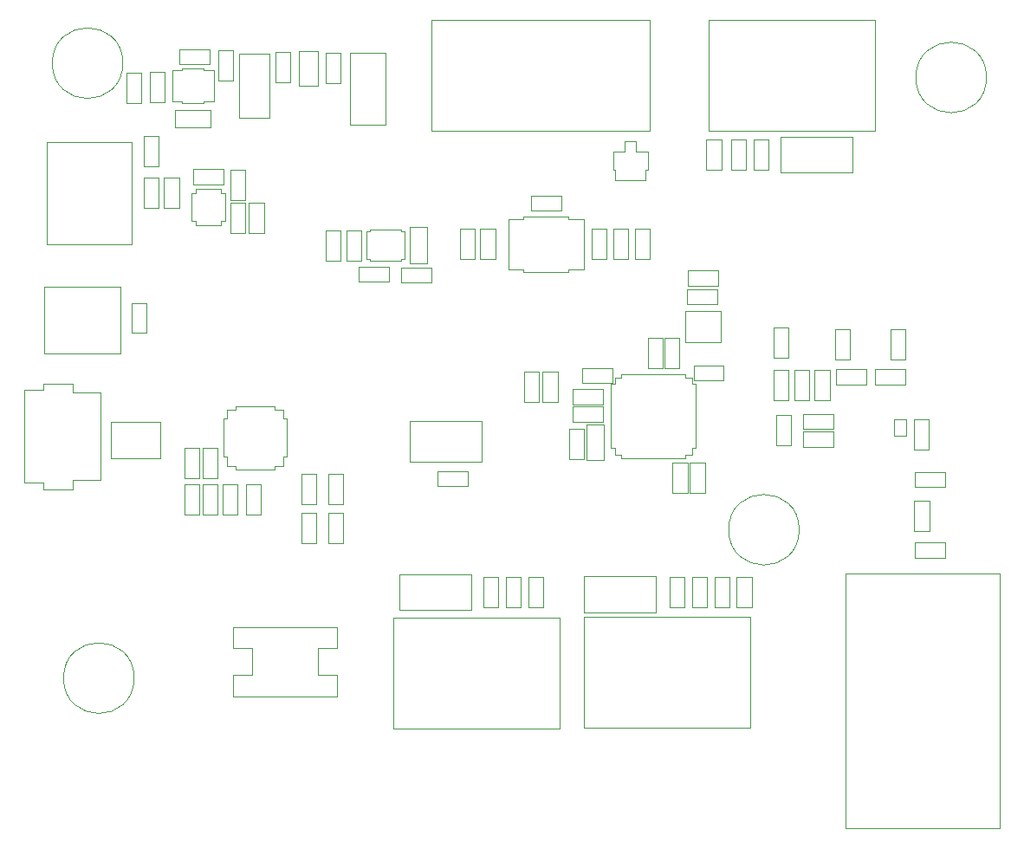
<source format=gbr>
%TF.GenerationSoftware,KiCad,Pcbnew,9.0.6*%
%TF.CreationDate,2025-12-23T13:53:16+01:00*%
%TF.ProjectId,demo wateranalyser,64656d6f-2077-4617-9465-72616e616c79,rev?*%
%TF.SameCoordinates,Original*%
%TF.FileFunction,Other,User*%
%FSLAX46Y46*%
G04 Gerber Fmt 4.6, Leading zero omitted, Abs format (unit mm)*
G04 Created by KiCad (PCBNEW 9.0.6) date 2025-12-23 13:53:16*
%MOMM*%
%LPD*%
G01*
G04 APERTURE LIST*
%ADD10C,0.050000*%
G04 APERTURE END LIST*
D10*
%TO.C,J7*%
X131830000Y-62325000D02*
X129150000Y-62325000D01*
X131830000Y-53825000D02*
X131830000Y-62325000D01*
X131830000Y-53825000D02*
X129150000Y-53825000D01*
X129150000Y-63255000D02*
X126250000Y-63255000D01*
X129150000Y-62325000D02*
X129150000Y-63255000D01*
X129150000Y-53825000D02*
X129150000Y-52895000D01*
X129150000Y-52895000D02*
X126250000Y-52895000D01*
X126250000Y-63255000D02*
X126250000Y-62605000D01*
X126250000Y-62605000D02*
X124450000Y-62605000D01*
X126250000Y-53545000D02*
X124450000Y-53545000D01*
X126250000Y-52895000D02*
X126250000Y-53545000D01*
X124450000Y-53545000D02*
X124450000Y-62605000D01*
%TO.C,REF\u002A\u002A*%
X200150000Y-67200000D02*
G75*
G02*
X193250000Y-67200000I-3450000J0D01*
G01*
X193250000Y-67200000D02*
G75*
G02*
X200150000Y-67200000I3450000J0D01*
G01*
%TO.C,FB3*%
X189232500Y-41870000D02*
X192192500Y-41870000D01*
X189232500Y-43330000D02*
X189232500Y-41870000D01*
X192192500Y-41870000D02*
X192192500Y-43330000D01*
X192192500Y-43330000D02*
X189232500Y-43330000D01*
%TO.C,J1*%
X164220000Y-17390000D02*
X164220000Y-28200000D01*
X164220000Y-28200000D02*
X185540000Y-28200000D01*
X185540000Y-17390000D02*
X164220000Y-17390000D01*
X185540000Y-28200000D02*
X185540000Y-17390000D01*
%TO.C,R23*%
X144570000Y-35220000D02*
X146030000Y-35220000D01*
X144570000Y-38180000D02*
X144570000Y-35220000D01*
X146030000Y-35220000D02*
X146030000Y-38180000D01*
X146030000Y-38180000D02*
X144570000Y-38180000D01*
%TO.C,L8*%
X162050000Y-37650000D02*
X163750000Y-37650000D01*
X162050000Y-41150000D02*
X162050000Y-37650000D01*
X163750000Y-37650000D02*
X163750000Y-41150000D01*
X163750000Y-41150000D02*
X162050000Y-41150000D01*
%TO.C,C32*%
X134870000Y-45020000D02*
X136330000Y-45020000D01*
X134870000Y-47980000D02*
X134870000Y-45020000D01*
X136330000Y-45020000D02*
X136330000Y-47980000D01*
X136330000Y-47980000D02*
X134870000Y-47980000D01*
%TO.C,R5*%
X166970000Y-37795000D02*
X168430000Y-37795000D01*
X166970000Y-40755000D02*
X166970000Y-37795000D01*
X168430000Y-37795000D02*
X168430000Y-40755000D01*
X168430000Y-40755000D02*
X166970000Y-40755000D01*
%TO.C,R20*%
X134370000Y-22520000D02*
X135830000Y-22520000D01*
X134370000Y-25480000D02*
X134370000Y-22520000D01*
X135830000Y-22520000D02*
X135830000Y-25480000D01*
X135830000Y-25480000D02*
X134370000Y-25480000D01*
%TO.C,C34*%
X148970000Y-20520000D02*
X150430000Y-20520000D01*
X148970000Y-23480000D02*
X148970000Y-20520000D01*
X150430000Y-20520000D02*
X150430000Y-23480000D01*
X150430000Y-23480000D02*
X148970000Y-23480000D01*
%TO.C,R15*%
X154120000Y-65545000D02*
X155580000Y-65545000D01*
X154120000Y-68505000D02*
X154120000Y-65545000D01*
X155580000Y-65545000D02*
X155580000Y-68505000D01*
X155580000Y-68505000D02*
X154120000Y-68505000D01*
%TO.C,R24*%
X138070000Y-32820000D02*
X139530000Y-32820000D01*
X138070000Y-35780000D02*
X138070000Y-32820000D01*
X139530000Y-32820000D02*
X139530000Y-35780000D01*
X139530000Y-35780000D02*
X138070000Y-35780000D01*
%TO.C,C6*%
X178045000Y-53470000D02*
X181005000Y-53470000D01*
X178045000Y-54930000D02*
X178045000Y-53470000D01*
X181005000Y-53470000D02*
X181005000Y-54930000D01*
X181005000Y-54930000D02*
X178045000Y-54930000D01*
%TO.C,L7*%
X139150000Y-26150000D02*
X142650000Y-26150000D01*
X139150000Y-27850000D02*
X139150000Y-26150000D01*
X142650000Y-26150000D02*
X142650000Y-27850000D01*
X142650000Y-27850000D02*
X139150000Y-27850000D01*
%TO.C,J3*%
X160490000Y-75800000D02*
X160490000Y-86610000D01*
X160490000Y-86610000D02*
X176740000Y-86610000D01*
X176740000Y-75800000D02*
X160490000Y-75800000D01*
X176740000Y-86610000D02*
X176740000Y-75800000D01*
%TO.C,L1*%
X179350000Y-56912500D02*
X181050000Y-56912500D01*
X179350000Y-60412500D02*
X179350000Y-56912500D01*
X181050000Y-56912500D02*
X181050000Y-60412500D01*
X181050000Y-60412500D02*
X179350000Y-60412500D01*
%TO.C,BT1*%
X126650000Y-29290000D02*
X126650000Y-39300000D01*
X126650000Y-39300000D02*
X134900000Y-39300000D01*
X134900000Y-29290000D02*
X126650000Y-29290000D01*
X134900000Y-39300000D02*
X134900000Y-29290000D01*
%TO.C,R27*%
X153870000Y-37920000D02*
X155330000Y-37920000D01*
X153870000Y-40880000D02*
X153870000Y-37920000D01*
X155330000Y-37920000D02*
X155330000Y-40880000D01*
X155330000Y-40880000D02*
X153870000Y-40880000D01*
%TO.C,D7*%
X154120000Y-61745000D02*
X155580000Y-61745000D01*
X154120000Y-64705000D02*
X154120000Y-61745000D01*
X155580000Y-61745000D02*
X155580000Y-64705000D01*
X155580000Y-64705000D02*
X154120000Y-64705000D01*
%TO.C,C4*%
X191870000Y-71820000D02*
X193330000Y-71820000D01*
X191870000Y-74780000D02*
X191870000Y-71820000D01*
X193330000Y-71820000D02*
X193330000Y-74780000D01*
X193330000Y-74780000D02*
X191870000Y-74780000D01*
%TO.C,C14*%
X164790000Y-61470000D02*
X167750000Y-61470000D01*
X164790000Y-62930000D02*
X164790000Y-61470000D01*
X167750000Y-61470000D02*
X167750000Y-62930000D01*
X167750000Y-62930000D02*
X164790000Y-62930000D01*
%TO.C,REF\u002A\u002A*%
X135150000Y-81700000D02*
G75*
G02*
X128250000Y-81700000I-3450000J0D01*
G01*
X128250000Y-81700000D02*
G75*
G02*
X135150000Y-81700000I3450000J0D01*
G01*
%TO.C,R22*%
X136070000Y-28720000D02*
X137530000Y-28720000D01*
X136070000Y-31680000D02*
X136070000Y-28720000D01*
X137530000Y-28720000D02*
X137530000Y-31680000D01*
X137530000Y-31680000D02*
X136070000Y-31680000D01*
%TO.C,J2*%
X191300000Y-17390000D02*
X191300000Y-28200000D01*
X191300000Y-28200000D02*
X207550000Y-28200000D01*
X207550000Y-17390000D02*
X191300000Y-17390000D01*
X207550000Y-28200000D02*
X207550000Y-17390000D01*
%TO.C,C10*%
X141870000Y-59170000D02*
X143330000Y-59170000D01*
X141870000Y-62130000D02*
X141870000Y-59170000D01*
X143330000Y-59170000D02*
X143330000Y-62130000D01*
X143330000Y-62130000D02*
X141870000Y-62130000D01*
%TO.C,L3*%
X199670000Y-51582500D02*
X201130000Y-51582500D01*
X199670000Y-54542500D02*
X199670000Y-51582500D01*
X201130000Y-51582500D02*
X201130000Y-54542500D01*
X201130000Y-54542500D02*
X199670000Y-54542500D01*
%TO.C,FB2*%
X175070000Y-51732500D02*
X176530000Y-51732500D01*
X175070000Y-54692500D02*
X175070000Y-51732500D01*
X176530000Y-51732500D02*
X176530000Y-54692500D01*
X176530000Y-54692500D02*
X175070000Y-54692500D01*
%TO.C,REF\u002A\u002A*%
X218450000Y-23000000D02*
G75*
G02*
X211550000Y-23000000I-3450000J0D01*
G01*
X211550000Y-23000000D02*
G75*
G02*
X218450000Y-23000000I3450000J0D01*
G01*
%TO.C,R19*%
X143370000Y-20320000D02*
X144830000Y-20320000D01*
X143370000Y-23280000D02*
X143370000Y-20320000D01*
X144830000Y-20320000D02*
X144830000Y-23280000D01*
X144830000Y-23280000D02*
X143370000Y-23280000D01*
%TO.C,R13*%
X146070000Y-62795000D02*
X147530000Y-62795000D01*
X146070000Y-65755000D02*
X146070000Y-62795000D01*
X147530000Y-62795000D02*
X147530000Y-65755000D01*
X147530000Y-65755000D02*
X146070000Y-65755000D01*
%TO.C,U4*%
X209400000Y-56400000D02*
X210600000Y-56400000D01*
X210600000Y-58000000D01*
X209400000Y-58000000D01*
X209400000Y-56400000D01*
%TO.C,U2*%
X143870000Y-56320000D02*
X144220000Y-56320000D01*
X143870000Y-60080000D02*
X143870000Y-56320000D01*
X144220000Y-55450000D02*
X145090000Y-55450000D01*
X144220000Y-56320000D02*
X144220000Y-55450000D01*
X144220000Y-60080000D02*
X143870000Y-60080000D01*
X144220000Y-60950000D02*
X144220000Y-60080000D01*
X145090000Y-55100000D02*
X148850000Y-55100000D01*
X145090000Y-55450000D02*
X145090000Y-55100000D01*
X145090000Y-60950000D02*
X144220000Y-60950000D01*
X145090000Y-61300000D02*
X145090000Y-60950000D01*
X148850000Y-55100000D02*
X148850000Y-55450000D01*
X148850000Y-55450000D02*
X149720000Y-55450000D01*
X148850000Y-60950000D02*
X148850000Y-61300000D01*
X148850000Y-61300000D02*
X145090000Y-61300000D01*
X149720000Y-55450000D02*
X149720000Y-56320000D01*
X149720000Y-56320000D02*
X150070000Y-56320000D01*
X149720000Y-60080000D02*
X149720000Y-60950000D01*
X149720000Y-60950000D02*
X148850000Y-60950000D01*
X150070000Y-56320000D02*
X150070000Y-60080000D01*
X150070000Y-60080000D02*
X149720000Y-60080000D01*
%TO.C,R7*%
X193495000Y-29022500D02*
X194955000Y-29022500D01*
X193495000Y-31982500D02*
X193495000Y-29022500D01*
X194955000Y-29022500D02*
X194955000Y-31982500D01*
X194955000Y-31982500D02*
X193495000Y-31982500D01*
%TO.C,REF\u002A\u002A*%
X134050000Y-21600000D02*
G75*
G02*
X127150000Y-21600000I-3450000J0D01*
G01*
X127150000Y-21600000D02*
G75*
G02*
X134050000Y-21600000I3450000J0D01*
G01*
%TO.C,D2*%
X181950000Y-30235000D02*
X183100000Y-30235000D01*
X181950000Y-32035000D02*
X181950000Y-30235000D01*
X182150000Y-32035000D02*
X181950000Y-32035000D01*
X182150000Y-33065000D02*
X182150000Y-32035000D01*
X183100000Y-29205000D02*
X184200000Y-29205000D01*
X183100000Y-30235000D02*
X183100000Y-29205000D01*
X184200000Y-29205000D02*
X184200000Y-30235000D01*
X184200000Y-30235000D02*
X185350000Y-30235000D01*
X185150000Y-32035000D02*
X185150000Y-33065000D01*
X185150000Y-33065000D02*
X182150000Y-33065000D01*
X185350000Y-30235000D02*
X185350000Y-32035000D01*
X185350000Y-32035000D02*
X185150000Y-32035000D01*
%TO.C,D4*%
X161100000Y-71550000D02*
X168100000Y-71550000D01*
X161100000Y-75050000D02*
X161100000Y-71550000D01*
X168100000Y-71550000D02*
X168100000Y-75050000D01*
X168100000Y-75050000D02*
X161100000Y-75050000D01*
%TO.C,U7*%
X157820000Y-38020000D02*
X158200000Y-38020000D01*
X157820000Y-40780000D02*
X157820000Y-38020000D01*
X158200000Y-37900000D02*
X161200000Y-37900000D01*
X158200000Y-38020000D02*
X158200000Y-37900000D01*
X158200000Y-40780000D02*
X157820000Y-40780000D01*
X158200000Y-40900000D02*
X158200000Y-40780000D01*
X161200000Y-37900000D02*
X161200000Y-38020000D01*
X161200000Y-38020000D02*
X161580000Y-38020000D01*
X161200000Y-40780000D02*
X161200000Y-40900000D01*
X161200000Y-40900000D02*
X158200000Y-40900000D01*
X161580000Y-38020000D02*
X161580000Y-40780000D01*
X161580000Y-40780000D02*
X161200000Y-40780000D01*
%TO.C,SW1*%
X144850000Y-76700000D02*
X154950000Y-76700000D01*
X144850000Y-78800000D02*
X144850000Y-76700000D01*
X144850000Y-81400000D02*
X146650000Y-81400000D01*
X144850000Y-83500000D02*
X144850000Y-81400000D01*
X146650000Y-78800000D02*
X144850000Y-78800000D01*
X146650000Y-81400000D02*
X146650000Y-78800000D01*
X153150000Y-78800000D02*
X153150000Y-81400000D01*
X153150000Y-81400000D02*
X154950000Y-81400000D01*
X154950000Y-76700000D02*
X154950000Y-78800000D01*
X154950000Y-78800000D02*
X153150000Y-78800000D01*
X154950000Y-81400000D02*
X154950000Y-83500000D01*
X154950000Y-83500000D02*
X144850000Y-83500000D01*
%TO.C,R2*%
X181970000Y-37795000D02*
X183430000Y-37795000D01*
X181970000Y-40755000D02*
X181970000Y-37795000D01*
X183430000Y-37795000D02*
X183430000Y-40755000D01*
X183430000Y-40755000D02*
X181970000Y-40755000D01*
%TO.C,R21*%
X139595000Y-20270000D02*
X142555000Y-20270000D01*
X139595000Y-21730000D02*
X139595000Y-20270000D01*
X142555000Y-20270000D02*
X142555000Y-21730000D01*
X142555000Y-21730000D02*
X139595000Y-21730000D01*
%TO.C,FB1*%
X153870000Y-20607500D02*
X155330000Y-20607500D01*
X153870000Y-23567500D02*
X153870000Y-20607500D01*
X155330000Y-20607500D02*
X155330000Y-23567500D01*
X155330000Y-23567500D02*
X153870000Y-23567500D01*
%TO.C,U5*%
X138850000Y-22300000D02*
X139850000Y-22300000D01*
X138850000Y-25300000D02*
X138850000Y-22300000D01*
X139850000Y-22100000D02*
X141950000Y-22100000D01*
X139850000Y-22300000D02*
X139850000Y-22100000D01*
X139850000Y-25300000D02*
X138850000Y-25300000D01*
X139850000Y-25500000D02*
X139850000Y-25300000D01*
X141950000Y-22100000D02*
X141950000Y-22300000D01*
X141950000Y-22300000D02*
X142950000Y-22300000D01*
X141950000Y-25300000D02*
X141950000Y-25500000D01*
X141950000Y-25500000D02*
X139850000Y-25500000D01*
X142950000Y-22300000D02*
X142950000Y-25300000D01*
X142950000Y-25300000D02*
X141950000Y-25300000D01*
%TO.C,C38*%
X161220000Y-41570000D02*
X164180000Y-41570000D01*
X161220000Y-43030000D02*
X161220000Y-41570000D01*
X164180000Y-41570000D02*
X164180000Y-43030000D01*
X164180000Y-43030000D02*
X161220000Y-43030000D01*
%TO.C,C24*%
X203657500Y-47595000D02*
X205117500Y-47595000D01*
X203657500Y-50555000D02*
X203657500Y-47595000D01*
X205117500Y-47595000D02*
X205117500Y-50555000D01*
X205117500Y-50555000D02*
X203657500Y-50555000D01*
%TO.C,C16*%
X186970000Y-48445000D02*
X188430000Y-48445000D01*
X186970000Y-51405000D02*
X186970000Y-48445000D01*
X188430000Y-48445000D02*
X188430000Y-51405000D01*
X188430000Y-51405000D02*
X186970000Y-51405000D01*
%TO.C,C33*%
X136670000Y-22445000D02*
X138130000Y-22445000D01*
X136670000Y-25405000D02*
X136670000Y-22445000D01*
X138130000Y-22445000D02*
X138130000Y-25405000D01*
X138130000Y-25405000D02*
X136670000Y-25405000D01*
%TO.C,C19*%
X187770000Y-60620000D02*
X189230000Y-60620000D01*
X187770000Y-63580000D02*
X187770000Y-60620000D01*
X189230000Y-60620000D02*
X189230000Y-63580000D01*
X189230000Y-63580000D02*
X187770000Y-63580000D01*
%TO.C,C11*%
X177670000Y-57345000D02*
X179130000Y-57345000D01*
X177670000Y-60305000D02*
X177670000Y-57345000D01*
X179130000Y-57345000D02*
X179130000Y-60305000D01*
X179130000Y-60305000D02*
X177670000Y-60305000D01*
%TO.C,J5*%
X162100000Y-56565000D02*
X169100000Y-56565000D01*
X162100000Y-60565000D02*
X162100000Y-56565000D01*
X169100000Y-56565000D02*
X169100000Y-60565000D01*
X169100000Y-60565000D02*
X162100000Y-60565000D01*
%TO.C,D3*%
X198325000Y-28777500D02*
X205325000Y-28777500D01*
X198325000Y-32277500D02*
X198325000Y-28777500D01*
X205325000Y-28777500D02*
X205325000Y-32277500D01*
X205325000Y-32277500D02*
X198325000Y-32277500D01*
%TO.C,R18*%
X194030000Y-71795000D02*
X195490000Y-71795000D01*
X194030000Y-74755000D02*
X194030000Y-71795000D01*
X195490000Y-71795000D02*
X195490000Y-74755000D01*
X195490000Y-74755000D02*
X194030000Y-74755000D01*
%TO.C,R14*%
X151520000Y-65520000D02*
X152980000Y-65520000D01*
X151520000Y-68480000D02*
X151520000Y-65520000D01*
X152980000Y-65520000D02*
X152980000Y-68480000D01*
X152980000Y-68480000D02*
X151520000Y-68480000D01*
%TO.C,L2*%
X197670000Y-51557500D02*
X199130000Y-51557500D01*
X197670000Y-54517500D02*
X197670000Y-51557500D01*
X199130000Y-51557500D02*
X199130000Y-54517500D01*
X199130000Y-54517500D02*
X197670000Y-54517500D01*
%TO.C,C12*%
X189220000Y-43670000D02*
X192180000Y-43670000D01*
X189220000Y-45130000D02*
X189220000Y-43670000D01*
X192180000Y-43670000D02*
X192180000Y-45130000D01*
X192180000Y-45130000D02*
X189220000Y-45130000D01*
%TO.C,F1*%
X151250000Y-20420000D02*
X153150000Y-20420000D01*
X151250000Y-23780000D02*
X151250000Y-20420000D01*
X153150000Y-20420000D02*
X153150000Y-23780000D01*
X153150000Y-23780000D02*
X151250000Y-23780000D01*
%TO.C,U9*%
X132900000Y-56650000D02*
X137700000Y-56650000D01*
X132900000Y-60250000D02*
X132900000Y-56650000D01*
X137700000Y-56650000D02*
X137700000Y-60250000D01*
X137700000Y-60250000D02*
X132900000Y-60250000D01*
%TO.C,C20*%
X189470000Y-60645000D02*
X190930000Y-60645000D01*
X189470000Y-63605000D02*
X189470000Y-60645000D01*
X190930000Y-60645000D02*
X190930000Y-63605000D01*
X190930000Y-63605000D02*
X189470000Y-63605000D01*
%TO.C,R4*%
X179870000Y-37795000D02*
X181330000Y-37795000D01*
X179870000Y-40755000D02*
X179870000Y-37795000D01*
X181330000Y-37795000D02*
X181330000Y-40755000D01*
X181330000Y-40755000D02*
X179870000Y-40755000D01*
%TO.C,C25*%
X209057500Y-47595000D02*
X210517500Y-47595000D01*
X209057500Y-50555000D02*
X209057500Y-47595000D01*
X210517500Y-47595000D02*
X210517500Y-50555000D01*
X210517500Y-50555000D02*
X209057500Y-50555000D01*
%TO.C,C30*%
X200545000Y-55870000D02*
X203505000Y-55870000D01*
X200545000Y-57330000D02*
X200545000Y-55870000D01*
X203505000Y-55870000D02*
X203505000Y-57330000D01*
X203505000Y-57330000D02*
X200545000Y-57330000D01*
%TO.C,J4*%
X179075000Y-75727500D02*
X179075000Y-86537500D01*
X179075000Y-86537500D02*
X195325000Y-86537500D01*
X195325000Y-75727500D02*
X179075000Y-75727500D01*
X195325000Y-86537500D02*
X195325000Y-75727500D01*
%TO.C,L6*%
X197870000Y-55970000D02*
X199330000Y-55970000D01*
X197870000Y-58930000D02*
X197870000Y-55970000D01*
X199330000Y-55970000D02*
X199330000Y-58930000D01*
X199330000Y-58930000D02*
X197870000Y-58930000D01*
%TO.C,C3*%
X173670000Y-71820000D02*
X175130000Y-71820000D01*
X173670000Y-74780000D02*
X173670000Y-71820000D01*
X175130000Y-71820000D02*
X175130000Y-74780000D01*
X175130000Y-74780000D02*
X173670000Y-74780000D01*
%TO.C,R3*%
X184070000Y-37820000D02*
X185530000Y-37820000D01*
X184070000Y-40780000D02*
X184070000Y-37820000D01*
X185530000Y-37820000D02*
X185530000Y-40780000D01*
X185530000Y-40780000D02*
X184070000Y-40780000D01*
%TO.C,R10*%
X187470000Y-71820000D02*
X188930000Y-71820000D01*
X187470000Y-74780000D02*
X187470000Y-71820000D01*
X188930000Y-71820000D02*
X188930000Y-74780000D01*
X188930000Y-74780000D02*
X187470000Y-74780000D01*
%TO.C,C26*%
X211370000Y-56420000D02*
X212830000Y-56420000D01*
X211370000Y-59380000D02*
X211370000Y-56420000D01*
X212830000Y-56420000D02*
X212830000Y-59380000D01*
X212830000Y-59380000D02*
X211370000Y-59380000D01*
%TO.C,J8*%
X126350000Y-43460000D02*
X126350000Y-50000000D01*
X126350000Y-50000000D02*
X133850000Y-50000000D01*
X133850000Y-43460000D02*
X126350000Y-43460000D01*
X133850000Y-50000000D02*
X133850000Y-43460000D01*
%TO.C,R11*%
X189670000Y-71845000D02*
X191130000Y-71845000D01*
X189670000Y-74805000D02*
X189670000Y-71845000D01*
X191130000Y-71845000D02*
X191130000Y-74805000D01*
X191130000Y-74805000D02*
X189670000Y-74805000D01*
%TO.C,C9*%
X140070000Y-59220000D02*
X141530000Y-59220000D01*
X140070000Y-62180000D02*
X140070000Y-59220000D01*
X141530000Y-59220000D02*
X141530000Y-62180000D01*
X141530000Y-62180000D02*
X140070000Y-62180000D01*
%TO.C,D5*%
X179100000Y-71750000D02*
X186100000Y-71750000D01*
X179100000Y-75250000D02*
X179100000Y-71750000D01*
X186100000Y-71750000D02*
X186100000Y-75250000D01*
X186100000Y-75250000D02*
X179100000Y-75250000D01*
%TO.C,C23*%
X203732500Y-51520000D02*
X206692500Y-51520000D01*
X203732500Y-52980000D02*
X203732500Y-51520000D01*
X206692500Y-51520000D02*
X206692500Y-52980000D01*
X206692500Y-52980000D02*
X203732500Y-52980000D01*
%TO.C,R12*%
X141870000Y-62745000D02*
X143330000Y-62745000D01*
X141870000Y-65705000D02*
X141870000Y-62745000D01*
X143330000Y-62745000D02*
X143330000Y-65705000D01*
X143330000Y-65705000D02*
X141870000Y-65705000D01*
%TO.C,L4*%
X207520000Y-51520000D02*
X210480000Y-51520000D01*
X207520000Y-52980000D02*
X207520000Y-51520000D01*
X210480000Y-51520000D02*
X210480000Y-52980000D01*
X210480000Y-52980000D02*
X207520000Y-52980000D01*
%TO.C,C1*%
X173920000Y-34570000D02*
X176880000Y-34570000D01*
X173920000Y-36030000D02*
X173920000Y-34570000D01*
X176880000Y-34570000D02*
X176880000Y-36030000D01*
X176880000Y-36030000D02*
X173920000Y-36030000D01*
%TO.C,C28*%
X211445000Y-68470000D02*
X214405000Y-68470000D01*
X211445000Y-69930000D02*
X211445000Y-68470000D01*
X214405000Y-68470000D02*
X214405000Y-69930000D01*
X214405000Y-69930000D02*
X211445000Y-69930000D01*
%TO.C,C2*%
X191070000Y-29045000D02*
X192530000Y-29045000D01*
X191070000Y-32005000D02*
X191070000Y-29045000D01*
X192530000Y-29045000D02*
X192530000Y-32005000D01*
X192530000Y-32005000D02*
X191070000Y-32005000D01*
%TO.C,U3*%
X181770000Y-52970000D02*
X182150000Y-52970000D01*
X181770000Y-59230000D02*
X181770000Y-52970000D01*
X182150000Y-52350000D02*
X182770000Y-52350000D01*
X182150000Y-52970000D02*
X182150000Y-52350000D01*
X182150000Y-59230000D02*
X181770000Y-59230000D01*
X182150000Y-59850000D02*
X182150000Y-59230000D01*
X182770000Y-51970000D02*
X189030000Y-51970000D01*
X182770000Y-52350000D02*
X182770000Y-51970000D01*
X182770000Y-59850000D02*
X182150000Y-59850000D01*
X182770000Y-60230000D02*
X182770000Y-59850000D01*
X189030000Y-51970000D02*
X189030000Y-52350000D01*
X189030000Y-52350000D02*
X189650000Y-52350000D01*
X189030000Y-59850000D02*
X189030000Y-60230000D01*
X189030000Y-60230000D02*
X182770000Y-60230000D01*
X189650000Y-52350000D02*
X189650000Y-52970000D01*
X189650000Y-52970000D02*
X190030000Y-52970000D01*
X189650000Y-59230000D02*
X189650000Y-59850000D01*
X189650000Y-59850000D02*
X189030000Y-59850000D01*
X190030000Y-52970000D02*
X190030000Y-59230000D01*
X190030000Y-59230000D02*
X189650000Y-59230000D01*
%TO.C,C27*%
X211445000Y-61570000D02*
X214405000Y-61570000D01*
X211445000Y-63030000D02*
X211445000Y-61570000D01*
X214405000Y-61570000D02*
X214405000Y-63030000D01*
X214405000Y-63030000D02*
X211445000Y-63030000D01*
%TO.C,C18*%
X189820000Y-51170000D02*
X192780000Y-51170000D01*
X189820000Y-52630000D02*
X189820000Y-51170000D01*
X192780000Y-51170000D02*
X192780000Y-52630000D01*
X192780000Y-52630000D02*
X189820000Y-52630000D01*
%TO.C,Y1*%
X192500000Y-48850000D02*
X189000000Y-48850000D01*
X189000000Y-45850000D01*
X192500000Y-45850000D01*
X192500000Y-48850000D01*
%TO.C,U1*%
X171700000Y-36840000D02*
X173200000Y-36840000D01*
X171700000Y-41760000D02*
X171700000Y-36840000D01*
X173200000Y-36600000D02*
X177600000Y-36600000D01*
X173200000Y-36840000D02*
X173200000Y-36600000D01*
X173200000Y-41760000D02*
X171700000Y-41760000D01*
X173200000Y-42000000D02*
X173200000Y-41760000D01*
X177600000Y-36600000D02*
X177600000Y-36840000D01*
X177600000Y-36840000D02*
X179100000Y-36840000D01*
X177600000Y-41760000D02*
X177600000Y-42000000D01*
X177600000Y-42000000D02*
X173200000Y-42000000D01*
X179100000Y-36840000D02*
X179100000Y-41760000D01*
X179100000Y-41760000D02*
X177600000Y-41760000D01*
%TO.C,C15*%
X178945000Y-51370000D02*
X181905000Y-51370000D01*
X178945000Y-52830000D02*
X178945000Y-51370000D01*
X181905000Y-51370000D02*
X181905000Y-52830000D01*
X181905000Y-52830000D02*
X178945000Y-52830000D01*
%TO.C,C13*%
X185370000Y-48445000D02*
X186830000Y-48445000D01*
X185370000Y-51405000D02*
X185370000Y-48445000D01*
X186830000Y-48445000D02*
X186830000Y-51405000D01*
X186830000Y-51405000D02*
X185370000Y-51405000D01*
%TO.C,U6*%
X140770000Y-34270000D02*
X141150000Y-34270000D01*
X140770000Y-37030000D02*
X140770000Y-34270000D01*
X141150000Y-33900000D02*
X143650000Y-33900000D01*
X141150000Y-34270000D02*
X141150000Y-33900000D01*
X141150000Y-37030000D02*
X140770000Y-37030000D01*
X141150000Y-37400000D02*
X141150000Y-37030000D01*
X143650000Y-33900000D02*
X143650000Y-34270000D01*
X143650000Y-34270000D02*
X144030000Y-34270000D01*
X143650000Y-37030000D02*
X143650000Y-37400000D01*
X143650000Y-37400000D02*
X141150000Y-37400000D01*
X144030000Y-34270000D02*
X144030000Y-37030000D01*
X144030000Y-37030000D02*
X143650000Y-37030000D01*
%TO.C,R16*%
X143790000Y-62745000D02*
X145250000Y-62745000D01*
X143790000Y-65705000D02*
X143790000Y-62745000D01*
X145250000Y-62745000D02*
X145250000Y-65705000D01*
X145250000Y-65705000D02*
X143790000Y-65705000D01*
%TO.C,C8*%
X140070000Y-62745000D02*
X141530000Y-62745000D01*
X140070000Y-65705000D02*
X140070000Y-62745000D01*
X141530000Y-62745000D02*
X141530000Y-65705000D01*
X141530000Y-65705000D02*
X140070000Y-65705000D01*
%TO.C,D6*%
X151520000Y-61745000D02*
X152980000Y-61745000D01*
X151520000Y-64705000D02*
X151520000Y-61745000D01*
X152980000Y-61745000D02*
X152980000Y-64705000D01*
X152980000Y-64705000D02*
X151520000Y-64705000D01*
%TO.C,C37*%
X155870000Y-37945000D02*
X157330000Y-37945000D01*
X155870000Y-40905000D02*
X155870000Y-37945000D01*
X157330000Y-37945000D02*
X157330000Y-40905000D01*
X157330000Y-40905000D02*
X155870000Y-40905000D01*
%TO.C,C5*%
X173270000Y-51757500D02*
X174730000Y-51757500D01*
X173270000Y-54717500D02*
X173270000Y-51757500D01*
X174730000Y-51757500D02*
X174730000Y-54717500D01*
X174730000Y-54717500D02*
X173270000Y-54717500D01*
%TO.C,C21*%
X197670000Y-47395000D02*
X199130000Y-47395000D01*
X197670000Y-50355000D02*
X197670000Y-47395000D01*
X199130000Y-47395000D02*
X199130000Y-50355000D01*
X199130000Y-50355000D02*
X197670000Y-50355000D01*
%TO.C,J6*%
X204670000Y-71470000D02*
X219730000Y-71470000D01*
X204670000Y-96400000D02*
X204670000Y-71470000D01*
X219730000Y-71470000D02*
X219730000Y-96400000D01*
X219730000Y-96400000D02*
X204670000Y-96400000D01*
%TO.C,C35*%
X144570000Y-32020000D02*
X146030000Y-32020000D01*
X144570000Y-34980000D02*
X144570000Y-32020000D01*
X146030000Y-32020000D02*
X146030000Y-34980000D01*
X146030000Y-34980000D02*
X144570000Y-34980000D01*
%TO.C,R6*%
X195695000Y-29047500D02*
X197155000Y-29047500D01*
X195695000Y-32007500D02*
X195695000Y-29047500D01*
X197155000Y-29047500D02*
X197155000Y-32007500D01*
X197155000Y-32007500D02*
X195695000Y-32007500D01*
%TO.C,R1*%
X168970000Y-37795000D02*
X170430000Y-37795000D01*
X168970000Y-40755000D02*
X168970000Y-37795000D01*
X170430000Y-37795000D02*
X170430000Y-40755000D01*
X170430000Y-40755000D02*
X168970000Y-40755000D01*
%TO.C,R25*%
X146370000Y-35220000D02*
X147830000Y-35220000D01*
X146370000Y-38180000D02*
X146370000Y-35220000D01*
X147830000Y-35220000D02*
X147830000Y-38180000D01*
X147830000Y-38180000D02*
X146370000Y-38180000D01*
%TO.C,L5*%
X211395000Y-64332500D02*
X212855000Y-64332500D01*
X211395000Y-67292500D02*
X211395000Y-64332500D01*
X212855000Y-64332500D02*
X212855000Y-67292500D01*
X212855000Y-67292500D02*
X211395000Y-67292500D01*
%TO.C,R8*%
X169270000Y-71820000D02*
X170730000Y-71820000D01*
X169270000Y-74780000D02*
X169270000Y-71820000D01*
X170730000Y-71820000D02*
X170730000Y-74780000D01*
X170730000Y-74780000D02*
X169270000Y-74780000D01*
%TO.C,R26*%
X157120000Y-41470000D02*
X160080000Y-41470000D01*
X157120000Y-42930000D02*
X157120000Y-41470000D01*
X160080000Y-41470000D02*
X160080000Y-42930000D01*
X160080000Y-42930000D02*
X157120000Y-42930000D01*
%TO.C,D1*%
X156250000Y-20600000D02*
X159750000Y-20600000D01*
X156250000Y-27600000D02*
X156250000Y-20600000D01*
X159750000Y-20600000D02*
X159750000Y-27600000D01*
X159750000Y-27600000D02*
X156250000Y-27600000D01*
%TO.C,R9*%
X171470000Y-71820000D02*
X172930000Y-71820000D01*
X171470000Y-74780000D02*
X171470000Y-71820000D01*
X172930000Y-71820000D02*
X172930000Y-74780000D01*
X172930000Y-74780000D02*
X171470000Y-74780000D01*
%TO.C,C29*%
X200545000Y-57620000D02*
X203505000Y-57620000D01*
X200545000Y-59080000D02*
X200545000Y-57620000D01*
X203505000Y-57620000D02*
X203505000Y-59080000D01*
X203505000Y-59080000D02*
X200545000Y-59080000D01*
%TO.C,C22*%
X201670000Y-51595000D02*
X203130000Y-51595000D01*
X201670000Y-54555000D02*
X201670000Y-51595000D01*
X203130000Y-51595000D02*
X203130000Y-54555000D01*
X203130000Y-54555000D02*
X201670000Y-54555000D01*
%TO.C,D9*%
X136070000Y-32807500D02*
X137530000Y-32807500D01*
X136070000Y-35767500D02*
X136070000Y-32807500D01*
X137530000Y-32807500D02*
X137530000Y-35767500D01*
X137530000Y-35767500D02*
X136070000Y-35767500D01*
%TO.C,D8*%
X145400000Y-26950000D02*
X145400000Y-20650000D01*
X148400000Y-20650000D02*
X145400000Y-20650000D01*
X148400000Y-20650000D02*
X148400000Y-26950000D01*
X148400000Y-26950000D02*
X145400000Y-26950000D01*
%TO.C,C36*%
X140920000Y-31970000D02*
X143880000Y-31970000D01*
X140920000Y-33430000D02*
X140920000Y-31970000D01*
X143880000Y-31970000D02*
X143880000Y-33430000D01*
X143880000Y-33430000D02*
X140920000Y-33430000D01*
%TO.C,C7*%
X178045000Y-55170000D02*
X181005000Y-55170000D01*
X178045000Y-56630000D02*
X178045000Y-55170000D01*
X181005000Y-55170000D02*
X181005000Y-56630000D01*
X181005000Y-56630000D02*
X178045000Y-56630000D01*
%TD*%
M02*

</source>
